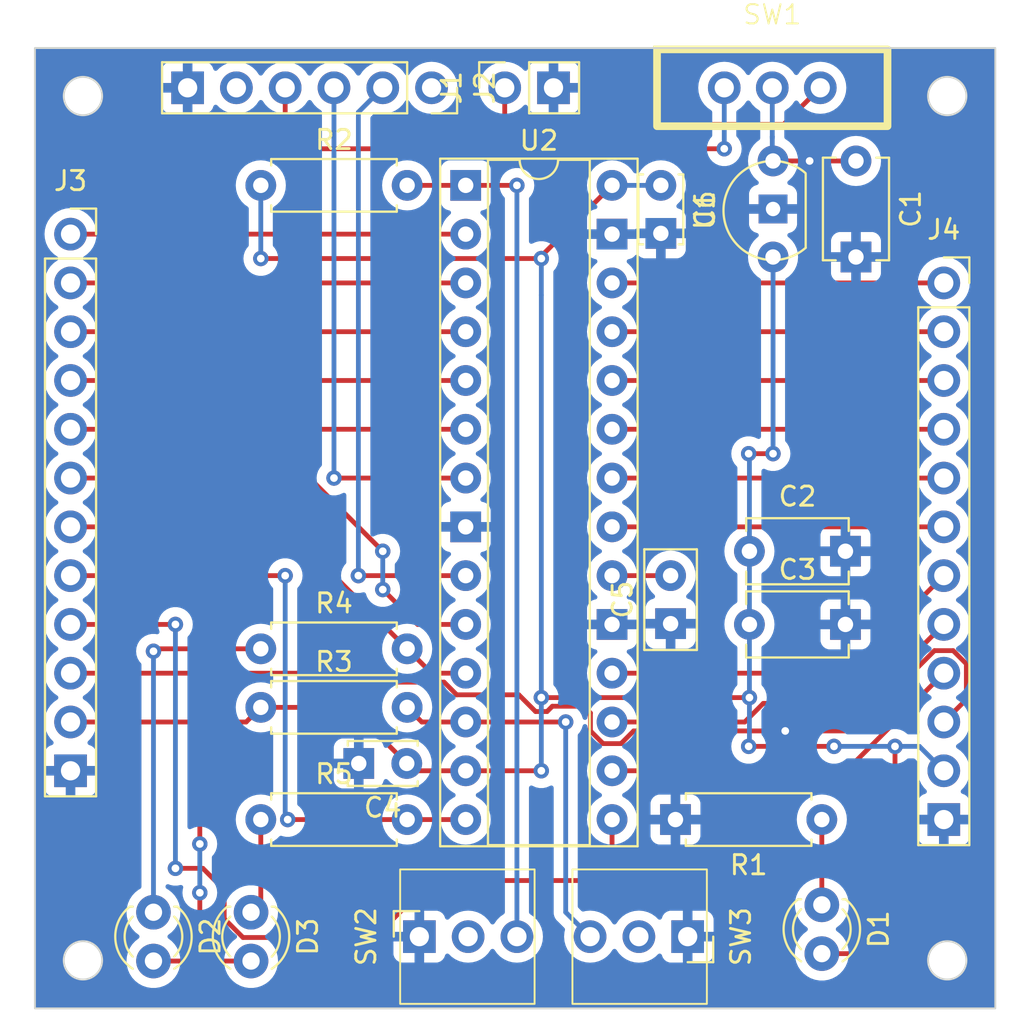
<source format=kicad_pcb>
(kicad_pcb (version 20221018) (generator pcbnew)
  (layers (0 "F.Cu" signal) (31 "B.Cu" signal) (34 "B.Paste" user) (35 "F.Paste" user) (36 "B.SilkS" user "B.Silkscreen") (37 "F.SilkS" user "F.Silkscreen") (38 "B.Mask" user) (39 "F.Mask" user) (44 "Edge.Cuts" user))
  (net 0 "")
  (net 1 "GND")
  (net 2 "+3.3V")
  (net 3 "Net-(U2-V_{CAP})")
  (net 4 "Net-(D1-K)")
  (net 5 "Net-(D2-K)")
  (net 6 "Net-(D3-K)")
  (net 7 "Net-(J1-Pin_1)")
  (net 8 "/RTS")
  (net 9 "+5V")
  (net 10 "/CTS")
  (net 11 "/A0")
  (net 12 "/A1")
  (net 13 "/B0")
  (net 14 "/B1")
  (net 15 "/B2")
  (net 16 "/A3")
  (net 17 "/GRN")
  (net 18 "/YLLW")
  (net 19 "/B6")
  (net 20 "/V_{IN}")
  (net 21 "/B15")
  (net 22 "/B14")
  (net 23 "/B13")
  (net 24 "/B12")
  (net 25 "/B11")
  (net 26 "/B10")
  (net 27 "/B9")
  (net 28 "/B8")
  (net 29 "/B7")
  (net 30 "/MCLR")
  (net 31 "/USR")
  (net 32 "/TX")
  (net 33 "/RX")
  (footprint "Package_TO_SOT_THT:TO-92L_Inline" (layer "F.Cu") (at 138.43 59.65 90)
    (fp_text reference "U1" (at 1.19 -3.56 90) (layer "F.SilkS"))
    (fp_text value "AP7381-3.3V")
    (fp_line (start -0.75 1.7) (end 3.1 1.7) (stroke (width 0.12)) (layer "F.SilkS"))
    (fp_arc (start -0.75 1.7) (mid 1.183448 -2.579449) (end 3.138611 1.690122) (stroke (width 0.12)) (layer "F.SilkS"))
    (pad "1" thru_hole circle (at -1.23 0 90) (size 1.6 1.6) (drill 0.8) (layers "*.Cu" "*.Mask") (net 2 "+3.3V"))
    (pad "2" thru_hole rect (at 1.27 0 90) (size 1.5 1.5) (drill 0.75) (layers "*.Cu" "*.Mask") (net 1 "GND"))
    (pad "3" thru_hole circle (at 3.77 0 90) (size 1.6 1.6) (drill 0.8) (layers "*.Cu" "*.Mask") (net 20 "/V_{IN}"))
  )
  (footprint "Capacitor_THT:C_Disc_D5.0mm_W2.5mm_P2.50mm" (layer "F.Cu") (at 133.096 79.97 90)
    (fp_text reference "C5" (at 1.25 -2.5 90) (layer "F.SilkS"))
    (fp_text value "10uF")
    (fp_line (start -1.37 -1.37) (end -1.37 1.37) (stroke (width 0.12)) (layer "F.SilkS"))
    (fp_line (start -1.37 -1.37) (end 3.87 -1.37) (stroke (width 0.12)) (layer "F.SilkS"))
    (fp_line (start -1.37 1.37) (end 3.87 1.37) (stroke (width 0.12)) (layer "F.SilkS"))
    (fp_line (start 3.87 -1.37) (end 3.87 1.37) (stroke (width 0.12)) (layer "F.SilkS"))
    (pad "1" thru_hole rect (at 0 0 90) (size 1.6 1.6) (drill 0.8) (layers "*.Cu" "*.Mask") (net 1 "GND"))
    (pad "2" thru_hole circle (at 2.5 0 90) (size 1.6 1.6) (drill 0.8) (layers "*.Cu" "*.Mask") (net 3 "Net-(U2-V_{CAP})"))
  )
  (footprint "Resistor_THT:R_Axial_DIN0207_L6.3mm_D2.5mm_P7.62mm_Horizontal" (layer "F.Cu") (at 111.76 90.17)
    (fp_text reference "R5" (at 3.81 -2.37) (layer "F.SilkS"))
    (fp_text value "330R")
    (fp_line (start 0.54 -1.37) (end 7.08 -1.37) (stroke (width 0.12)) (layer "F.SilkS"))
    (fp_line (start 0.54 -1.04) (end 0.54 -1.37) (stroke (width 0.12)) (layer "F.SilkS"))
    (fp_line (start 0.54 1.04) (end 0.54 1.37) (stroke (width 0.12)) (layer "F.SilkS"))
    (fp_line (start 0.54 1.37) (end 7.08 1.37) (stroke (width 0.12)) (layer "F.SilkS"))
    (fp_line (start 7.08 -1.37) (end 7.08 -1.04) (stroke (width 0.12)) (layer "F.SilkS"))
    (fp_line (start 7.08 1.37) (end 7.08 1.04) (stroke (width 0.12)) (layer "F.SilkS"))
    (pad "1" thru_hole circle (at 0 0) (size 1.6 1.6) (drill 0.8) (layers "*.Cu" "*.Mask") (net 6 "Net-(D3-K)"))
    (pad "2" thru_hole oval (at 7.62 0) (size 1.6 1.6) (drill 0.8) (layers "*.Cu" "*.Mask") (net 18 "/YLLW"))
  )
  (footprint "HW4_Footprint:Pushbutton" (layer "F.Cu") (at 133.985 96.266 -90)
    (fp_text reference "SW3" (at 0 -2.77 90) (layer "F.SilkS"))
    (fp_text value "USER")
    (fp_line (start 0 -1.33) (end 1.33 -1.33) (stroke (width 0.12)) (layer "F.SilkS"))
    (fp_line (start 1.33 -1.33) (end 1.33 0) (stroke (width 0.12)) (layer "F.SilkS"))
    (fp_rect (start -3.5 -1) (end 3.5 6) (stroke (width 0.1)) (fill none) (layer "F.SilkS"))
    (pad "1" thru_hole rect (at 0 0 270) (size 1.7 1.7) (drill 1) (layers "*.Cu" "*.Mask") (net 1 "GND"))
    (pad "2" thru_hole oval (at 0 2.54 270) (size 1.7 1.7) (drill 1) (layers "*.Cu" "*.Mask"))
    (pad "3" thru_hole oval (at 0 5.08 270) (size 1.7 1.7) (drill 1) (layers "*.Cu" "*.Mask") (net 31 "/USR"))
  )
  (footprint "Resistor_THT:R_Axial_DIN0207_L6.3mm_D2.5mm_P7.62mm_Horizontal" (layer "F.Cu") (at 111.76 84.328)
    (fp_text reference "R3" (at 3.81 -2.37) (layer "F.SilkS"))
    (fp_text value "10kR")
    (fp_line (start 0.54 -1.37) (end 7.08 -1.37) (stroke (width 0.12)) (layer "F.SilkS"))
    (fp_line (start 0.54 -1.04) (end 0.54 -1.37) (stroke (width 0.12)) (layer "F.SilkS"))
    (fp_line (start 0.54 1.04) (end 0.54 1.37) (stroke (width 0.12)) (layer "F.SilkS"))
    (fp_line (start 0.54 1.37) (end 7.08 1.37) (stroke (width 0.12)) (layer "F.SilkS"))
    (fp_line (start 7.08 -1.37) (end 7.08 -1.04) (stroke (width 0.12)) (layer "F.SilkS"))
    (fp_line (start 7.08 1.37) (end 7.08 1.04) (stroke (width 0.12)) (layer "F.SilkS"))
    (pad "1" thru_hole circle (at 0 0) (size 1.6 1.6) (drill 0.8) (layers "*.Cu" "*.Mask") (net 2 "+3.3V"))
    (pad "2" thru_hole oval (at 7.62 0) (size 1.6 1.6) (drill 0.8) (layers "*.Cu" "*.Mask") (net 31 "/USR"))
  )
  (footprint "Connector_PinSocket_2.54mm:PinSocket_1x06_P2.54mm_Vertical" (layer "F.Cu") (at 120.65 52.07 -90)
    (fp_text reference "J2" (at 0 -2.77 90) (layer "F.SilkS"))
    (fp_text value "CP2102N")
    (fp_line (start -1.33 1.27) (end -1.33 14.03) (stroke (width 0.12)) (layer "F.SilkS"))
    (fp_line (start -1.33 1.27) (end 1.33 1.27) (stroke (width 0.12)) (layer "F.SilkS"))
    (fp_line (start -1.33 14.03) (end 1.33 14.03) (stroke (width 0.12)) (layer "F.SilkS"))
    (fp_line (start 0 -1.33) (end 1.33 -1.33) (stroke (width 0.12)) (layer "F.SilkS"))
    (fp_line (start 1.33 -1.33) (end 1.33 0) (stroke (width 0.12)) (layer "F.SilkS"))
    (fp_line (start 1.33 1.27) (end 1.33 14.03) (stroke (width 0.12)) (layer "F.SilkS"))
    (pad "1" thru_hole circle (at 0 0 270) (size 1.7 1.7) (drill 1) (layers "*.Cu" "*.Mask") (net 8 "/RTS"))
    (pad "2" thru_hole oval (at 0 2.54 270) (size 1.7 1.7) (drill 1) (layers "*.Cu" "*.Mask") (net 33 "/RX"))
    (pad "3" thru_hole oval (at 0 5.08 270) (size 1.7 1.7) (drill 1) (layers "*.Cu" "*.Mask") (net 32 "/TX"))
    (pad "4" thru_hole oval (at 0 7.62 270) (size 1.7 1.7) (drill 1) (layers "*.Cu" "*.Mask") (net 9 "+5V"))
    (pad "5" thru_hole oval (at 0 10.16 270) (size 1.7 1.7) (drill 1) (layers "*.Cu" "*.Mask") (net 10 "/CTS"))
    (pad "6" thru_hole rect (at 0 12.7 270) (size 1.7 1.7) (drill 1) (layers "*.Cu" "*.Mask") (net 1 "GND"))
  )
  (footprint "HW4_Footprint:Switch_3W" (layer "F.Cu") (at 138.39 52.07)
    (fp_text reference "SW1" (at 0 -3.81 unlocked) (layer "F.SilkS") (effects (font (thickness 0.1))))
    (fp_text value "SW_SPDT")
    (fp_rect (start -6 -2) (end 6 2) (stroke (width 0.4)) (fill none) (layer "F.SilkS"))
    (pad "1" thru_hole circle (at -2.5 0) (size 1.7 1.7) (drill 1) (layers "*.Cu" "*.Mask") (net 9 "+5V"))
    (pad "2" thru_hole circle (at 0 0) (size 1.7 1.7) (drill 1) (layers "*.Cu" "*.Mask") (net 20 "/V_{IN}"))
    (pad "3" thru_hole circle (at 2.5 0) (size 1.7 1.7) (drill 1) (layers "*.Cu" "*.Mask") (net 7 "Net-(J1-Pin_1)"))
  )
  (footprint "LED_THT:LED_D3.0mm" (layer "F.Cu") (at 140.97 94.61 -90)
    (fp_text reference "D1" (at 1.27 -2.96 90) (layer "F.SilkS"))
    (fp_text value "RED")
    (fp_line (start -0.29 -1.236) (end -0.29 -1.08) (stroke (width 0.12)) (layer "F.SilkS"))
    (fp_line (start -0.29 1.08) (end -0.29 1.236) (stroke (width 0.12)) (layer "F.SilkS"))
    (fp_arc (start -0.29 -1.235516) (mid 1.366487 -1.987659) (end 2.942335 -1.078608) (stroke (width 0.12)) (layer "F.SilkS"))
    (fp_arc (start 0.229039 -1.08) (mid 1.270117 -1.5) (end 2.31113 -1.079837) (stroke (width 0.12)) (layer "F.SilkS"))
    (fp_arc (start 2.31113 1.079837) (mid 1.270117 1.5) (end 0.229039 1.08) (stroke (width 0.12)) (layer "F.SilkS"))
    (fp_arc (start 2.942335 1.078608) (mid 1.366487 1.987659) (end -0.29 1.235516) (stroke (width 0.12)) (layer "F.SilkS"))
    (pad "1" thru_hole circle (at 0 0 270) (size 1.8 1.8) (drill 0.9) (layers "*.Cu" "*.Mask") (net 4 "Net-(D1-K)"))
    (pad "2" thru_hole oval (at 2.54 0 270) (size 1.8 1.8) (drill 0.9) (layers "*.Cu" "*.Mask") (net 2 "+3.3V"))
  )
  (footprint "Capacitor_THT:C_Disc_D5.1mm_W3.2mm_P5.00mm" (layer "F.Cu") (at 142.748 55.88 -90)
    (fp_text reference "C1" (at 2.5 -2.85 90) (layer "F.SilkS"))
    (fp_text value "1uF")
    (fp_line (start -0.17 -1.721) (end -0.17 -1.055) (stroke (width 0.12)) (layer "F.SilkS"))
    (fp_line (start -0.17 -1.721) (end 5.17 -1.721) (stroke (width 0.12)) (layer "F.SilkS"))
    (fp_line (start -0.17 1.055) (end -0.17 1.721) (stroke (width 0.12)) (layer "F.SilkS"))
    (fp_line (start -0.17 1.721) (end 5.17 1.721) (stroke (width 0.12)) (layer "F.SilkS"))
    (fp_line (start 5.17 -1.721) (end 5.17 -1.055) (stroke (width 0.12)) (layer "F.SilkS"))
    (fp_line (start 5.17 1.055) (end 5.17 1.721) (stroke (width 0.12)) (layer "F.SilkS"))
    (pad "1" thru_hole circle (at 0 0 270) (size 1.6 1.6) (drill 0.8) (layers "*.Cu" "*.Mask") (net 20 "/V_{IN}"))
    (pad "2" thru_hole rect (at 5 0 270) (size 1.6 1.6) (drill 0.8) (layers "*.Cu" "*.Mask") (net 1 "GND"))
  )
  (footprint "Package_DIP:DIP-28_W7.62mm_Socket" (layer "F.Cu") (at 122.428 57.15)
    (fp_text reference "U2" (at 3.81 -2.33) (layer "F.SilkS"))
    (fp_text value "PIC32MX170F256B")
    (fp_line (start -1.33 -1.39) (end -1.33 34.41) (stroke (width 0.12)) (layer "F.SilkS"))
    (fp_line (start -1.33 34.41) (end 8.95 34.41) (stroke (width 0.12)) (layer "F.SilkS"))
    (fp_line (start 1.16 -1.33) (end 1.16 34.35) (stroke (width 0.12)) (layer "F.SilkS"))
    (fp_line (start 1.16 34.35) (end 6.46 34.35) (stroke (width 0.12)) (layer "F.SilkS"))
    (fp_line (start 2.81 -1.33) (end 1.16 -1.33) (stroke (width 0.12)) (layer "F.SilkS"))
    (fp_line (start 6.46 -1.33) (end 4.81 -1.33) (stroke (width 0.12)) (layer "F.SilkS"))
    (fp_line (start 6.46 34.35) (end 6.46 -1.33) (stroke (width 0.12)) (layer "F.SilkS"))
    (fp_line (start 8.95 -1.39) (end -1.33 -1.39) (stroke (width 0.12)) (layer "F.SilkS"))
    (fp_line (start 8.95 34.41) (end 8.95 -1.39) (stroke (width 0.12)) (layer "F.SilkS"))
    (fp_arc (start 4.81 -1.33) (mid 3.81 -0.33) (end 2.81 -1.33) (stroke (width 0.12)) (layer "F.SilkS"))
    (pad "1" thru_hole rect (at 0 0) (size 1.6 1.6) (drill 0.8) (layers "*.Cu" "*.Mask") (net 30 "/MCLR"))
    (pad "2" thru_hole oval (at 0 2.54) (size 1.6 1.6) (drill 0.8) (layers "*.Cu" "*.Mask") (net 11 "/A0"))
    (pad "3" thru_hole oval (at 0 5.08) (size 1.6 1.6) (drill 0.8) (layers "*.Cu" "*.Mask") (net 12 "/A1"))
    (pad "4" thru_hole oval (at 0 7.62) (size 1.6 1.6) (drill 0.8) (layers "*.Cu" "*.Mask") (net 13 "/B0"))
    (pad "5" thru_hole oval (at 0 10.16) (size 1.6 1.6) (drill 0.8) (layers "*.Cu" "*.Mask") (net 14 "/B1"))
    (pad "6" thru_hole oval (at 0 12.7) (size 1.6 1.6) (drill 0.8) (layers "*.Cu" "*.Mask") (net 15 "/B2"))
    (pad "7" thru_hole oval (at 0 15.24) (size 1.6 1.6) (drill 0.8) (layers "*.Cu" "*.Mask") (net 32 "/TX"))
    (pad "8" thru_hole rect (at 0 17.78) (size 1.6 1.6) (drill 0.8) (layers "*.Cu" "*.Mask") (net 1 "GND"))
    (pad "9" thru_hole oval (at 0 20.32) (size 1.6 1.6) (drill 0.8) (layers "*.Cu" "*.Mask") (net 33 "/RX"))
    (pad "10" thru_hole oval (at 0 22.86) (size 1.6 1.6) (drill 0.8) (layers "*.Cu" "*.Mask") (net 16 "/A3"))
    (pad "11" thru_hole oval (at 0 25.4) (size 1.6 1.6) (drill 0.8) (layers "*.Cu" "*.Mask") (net 17 "/GRN"))
    (pad "12" thru_hole oval (at 0 27.94) (size 1.6 1.6) (drill 0.8) (layers "*.Cu" "*.Mask") (net 31 "/USR"))
    (pad "13" thru_hole oval (at 0 30.48) (size 1.6 1.6) (drill 0.8) (layers "*.Cu" "*.Mask") (net 2 "+3.3V"))
    (pad "14" thru_hole oval (at 0 33.02) (size 1.6 1.6) (drill 0.8) (layers "*.Cu" "*.Mask") (net 18 "/YLLW"))
    (pad "15" thru_hole oval (at 7.62 33.02) (size 1.6 1.6) (drill 0.8) (layers "*.Cu" "*.Mask") (net 19 "/B6"))
    (pad "16" thru_hole oval (at 7.62 30.48) (size 1.6 1.6) (drill 0.8) (layers "*.Cu" "*.Mask") (net 29 "/B7"))
    (pad "17" thru_hole oval (at 7.62 27.94) (size 1.6 1.6) (drill 0.8) (layers "*.Cu" "*.Mask") (net 28 "/B8"))
    (pad "18" thru_hole oval (at 7.62 25.4) (size 1.6 1.6) (drill 0.8) (layers "*.Cu" "*.Mask") (net 27 "/B9"))
    (pad "19" thru_hole rect (at 7.62 22.86) (size 1.6 1.6) (drill 0.8) (layers "*.Cu" "*.Mask") (net 1 "GND"))
    (pad "20" thru_hole oval (at 7.62 20.32) (size 1.6 1.6) (drill 0.8) (layers "*.Cu" "*.Mask") (net 3 "Net-(U2-V_{CAP})"))
    (pad "21" thru_hole oval (at 7.62 17.78) (size 1.6 1.6) (drill 0.8) (layers "*.Cu" "*.Mask") (net 26 "/B10"))
    (pad "22" thru_hole oval (at 7.62 15.24) (size 1.6 1.6) (drill 0.8) (layers "*.Cu" "*.Mask") (net 25 "/B11"))
    (pad "23" thru_hole oval (at 7.62 12.7) (size 1.6 1.6) (drill 0.8) (layers "*.Cu" "*.Mask") (net 24 "/B12"))
    (pad "24" thru_hole oval (at 7.62 10.16) (size 1.6 1.6) (drill 0.8) (layers "*.Cu" "*.Mask") (net 23 "/B13"))
    (pad "25" thru_hole oval (at 7.62 7.62) (size 1.6 1.6) (drill 0.8) (layers "*.Cu" "*.Mask") (net 22 "/B14"))
    (pad "26" thru_hole oval (at 7.62 5.08) (size 1.6 1.6) (drill 0.8) (layers "*.Cu" "*.Mask") (net 21 "/B15"))
    (pad "27" thru_hole rect (at 7.62 2.54) (size 1.6 1.6) (drill 0.8) (layers "*.Cu" "*.Mask") (net 1 "GND"))
    (pad "28" thru_hole oval (at 7.62 0) (size 1.6 1.6) (drill 0.8) (layers "*.Cu" "*.Mask") (net 2 "+3.3V"))
  )
  (footprint "Connector_PinSocket_2.54mm:PinSocket_1x12_P2.54mm_Vertical" (layer "F.Cu") (at 101.854 59.69)
    (fp_text reference "J3" (at 0 -2.77) (layer "F.SilkS"))
    (fp_text value "Left GPIO")
    (fp_line (start -1.33 1.27) (end -1.33 29.27) (stroke (width 0.12)) (layer "F.SilkS"))
    (fp_line (start -1.33 1.27) (end 1.33 1.27) (stroke (width 0.12)) (layer "F.SilkS"))
    (fp_line (start -1.33 29.27) (end 1.33 29.27) (stroke (width 0.12)) (layer "F.SilkS"))
    (fp_line (start 0 -1.33) (end 1.33 -1.33) (stroke (width 0.12)) (layer "F.SilkS"))
    (fp_line (start 1.33 -1.33) (end 1.33 0) (stroke (width 0.12)) (layer "F.SilkS"))
    (fp_line (start 1.33 1.27) (end 1.33 29.27) (stroke (width 0.12)) (layer "F.SilkS"))
    (pad "1" thru_hole circle (at 0 0) (size 1.7 1.7) (drill 1) (layers "*.Cu" "*.Mask") (net 11 "/A0"))
    (pad "2" thru_hole oval (at 0 2.54) (size 1.7 1.7) (drill 1) (layers "*.Cu" "*.Mask") (net 12 "/A1"))
    (pad "3" thru_hole oval (at 0 5.08) (size 1.7 1.7) (drill 1) (layers "*.Cu" "*.Mask") (net 13 "/B0"))
    (pad "4" thru_hole oval (at 0 7.62) (size 1.7 1.7) (drill 1) (layers "*.Cu" "*.Mask") (net 14 "/B1"))
    (pad "5" thru_hole oval (at 0 10.16) (size 1.7 1.7) (drill 1) (layers "*.Cu" "*.Mask") (net 15 "/B2"))
    (pad "6" thru_hole oval (at 0 12.7) (size 1.7 1.7) (drill 1) (layers "*.Cu" "*.Mask") (net 16 "/A3"))
    (pad "7" thru_hole oval (at 0 15.24) (size 1.7 1.7) (drill 1) (layers "*.Cu" "*.Mask") (net 17 "/GRN"))
    (pad "8" thru_hole oval (at 0 17.78) (size 1.7 1.7) (drill 1) (layers "*.Cu" "*.Mask") (net 18 "/YLLW"))
    (pad "9" thru_hole oval (at 0 20.32) (size 1.7 1.7) (drill 1) (layers "*.Cu" "*.Mask") (net 19 "/B6"))
    (pad "10" thru_hole oval (at 0 22.86) (size 1.7 1.7) (drill 1) (layers "*.Cu" "*.Mask") (net 20 "/V_{IN}"))
    (pad "11" thru_hole oval (at 0 25.4) (size 1.7 1.7) (drill 1) (layers "*.Cu" "*.Mask") (net 2 "+3.3V"))
    (pad "12" thru_hole rect (at 0 27.94) (size 1.7 1.7) (drill 1) (layers "*.Cu" "*.Mask") (net 1 "GND"))
  )
  (footprint "Connector_PinSocket_2.54mm:PinSocket_1x02_P2.54mm_Vertical" (layer "F.Cu") (at 124.46 52.07 90)
    (fp_text reference "J1" (at 0 -2.77 90) (layer "F.SilkS"))
    (fp_text value "6V Battery")
    (fp_line (start -1.33 1.27) (end -1.33 3.87) (stroke (width 0.12)) (layer "F.SilkS"))
    (fp_line (start -1.33 1.27) (end 1.33 1.27) (stroke (width 0.12)) (layer "F.SilkS"))
    (fp_line (start -1.33 3.87) (end 1.33 3.87) (stroke (width 0.12)) (layer "F.SilkS"))
    (fp_line (start 0 -1.33) (end 1.33 -1.33) (stroke (width 0.12)) (layer "F.SilkS"))
    (fp_line (start 1.33 -1.33) (end 1.33 0) (stroke (width 0.12)) (layer "F.SilkS"))
    (fp_line (start 1.33 1.27) (end 1.33 3.87) (stroke (width 0.12)) (layer "F.SilkS"))
    (pad "1" thru_hole circle (at 0 0 90) (size 1.7 1.7) (drill 1) (layers "*.Cu" "*.Mask") (net 7 "Net-(J1-Pin_1)"))
    (pad "2" thru_hole rect (at 0 2.54 90) (size 1.7 1.7) (drill 1) (layers "*.Cu" "*.Mask") (net 1 "GND"))
  )
  (footprint "Resistor_THT:R_Axial_DIN0207_L6.3mm_D2.5mm_P7.62mm_Horizontal" (layer "F.Cu") (at 111.76 81.28)
    (fp_text reference "R4" (at 3.81 -2.37) (layer "F.SilkS"))
    (fp_text value "330R")
    (fp_line (start 0.54 -1.37) (end 7.08 -1.37) (stroke (width 0.12)) (layer "F.SilkS"))
    (fp_line (start 0.54 -1.04) (end 0.54 -1.37) (stroke (width 0.12)) (layer "F.SilkS"))
    (fp_line (start 0.54 1.04) (end 0.54 1.37) (stroke (width 0.12)) (layer "F.SilkS"))
    (fp_line (start 0.54 1.37) (end 7.08 1.37) (stroke (width 0.12)) (layer "F.SilkS"))
    (fp_line (start 7.08 -1.37) (end 7.08 -1.04) (stroke (width 0.12)) (layer "F.SilkS"))
    (fp_line (start 7.08 1.37) (end 7.08 1.04) (stroke (width 0.12)) (layer "F.SilkS"))
    (pad "1" thru_hole circle (at 0 0) (size 1.6 1.6) (drill 0.8) (layers "*.Cu" "*.Mask") (net 5 "Net-(D2-K)"))
    (pad "2" thru_hole oval (at 7.62 0) (size 1.6 1.6) (drill 0.8) (layers "*.Cu" "*.Mask") (net 17 "/GRN"))
  )
  (footprint "Capacitor_THT:C_Disc_D3.4mm_W2.1mm_P2.50mm" (layer "F.Cu") (at 119.36 87.249 180)
    (fp_text reference "C4" (at 1.25 -2.3) (layer "F.SilkS"))
    (fp_text value "0.1uF")
    (fp_line (start -0.57 -1.17) (end -0.57 -0.925) (stroke (width 0.12)) (layer "F.SilkS"))
    (fp_line (start -0.57 -1.17) (end 3.07 -1.17) (stroke (width 0.12)) (layer "F.SilkS"))
    (fp_line (start -0.57 0.925) (end -0.57 1.17) (stroke (width 0.12)) (layer "F.SilkS"))
    (fp_line (start -0.57 1.17) (end 3.07 1.17) (stroke (width 0.12)) (layer "F.SilkS"))
    (fp_line (start 3.07 -1.17) (end 3.07 -0.925) (stroke (width 0.12)) (layer "F.SilkS"))
    (fp_line (start 3.07 0.925) (end 3.07 1.17) (stroke (width 0.12)) (layer "F.SilkS"))
    (pad "1" thru_hole circle (at 0 0 180) (size 1.6 1.6) (drill 0.8) (layers "*.Cu" "*.Mask") (net 2 "+3.3V"))
    (pad "2" thru_hole rect (at 2.5 0 180) (size 1.6 1.6) (drill 0.8) (layers "*.Cu" "*.Mask") (net 1 "GND"))
  )
  (footprint "LED_THT:LED_D3.0mm" (layer "F.Cu") (at 106.172 94.996 -90)
    (fp_text reference "D2" (at 1.27 -2.96 90) (layer "F.SilkS"))
    (fp_text value "GREEN")
    (fp_line (start -0.29 -1.236) (end -0.29 -1.08) (stroke (width 0.12)) (layer "F.SilkS"))
    (fp_line (start -0.29 1.08) (end -0.29 1.236) (stroke (width 0.12)) (layer "F.SilkS"))
    (fp_arc (start -0.29 -1.235516) (mid 1.366487 -1.987659) (end 2.942335 -1.078608) (stroke (width 0.12)) (layer "F.SilkS"))
    (fp_arc (start 0.229039 -1.08) (mid 1.270117 -1.5) (end 2.31113 -1.079837) (stroke (width 0.12)) (layer "F.SilkS"))
    (fp_arc (start 2.31113 1.079837) (mid 1.270117 1.5) (end 0.229039 1.08) (stroke (width 0.12)) (layer "F.SilkS"))
    (fp_arc (start 2.942335 1.078608) (mid 1.366487 1.987659) (end -0.29 1.235516) (stroke (width 0.12)) (layer "F.SilkS"))
    (pad "1" thru_hole circle (at 0 0 270) (size 1.8 1.8) (drill 0.9) (layers "*.Cu" "*.Mask") (net 5 "Net-(D2-K)"))
    (pad "2" thru_hole circle (at 2.54 0 270) (size 1.8 1.8) (drill 0.9) (layers "*.Cu" "*.Mask") (net 2 "+3.3V"))
  )
  (footprint "Capacitor_THT:C_Disc_D3.4mm_W2.1mm_P2.50mm" (layer "F.Cu") (at 132.588 57.15 -90)
    (fp_text reference "C6" (at 1.25 -2.3 90) (layer "F.SilkS"))
    (fp_text value "0.1uF")
    (fp_line (start -0.57 -1.17) (end -0.57 -0.925) (stroke (width 0.12)) (layer "F.SilkS"))
    (fp_line (start -0.57 -1.17) (end 3.07 -1.17) (stroke (width 0.12)) (layer "F.SilkS"))
    (fp_line (start -0.57 0.925) (end -0.57 1.17) (stroke (width 0.12)) (layer "F.SilkS"))
    (fp_line (start -0.57 1.17) (end 3.07 1.17) (stroke (width 0.12)) (layer "F.SilkS"))
    (fp_line (start 3.07 -1.17) (end 3.07 -0.925) (stroke (width 0.12)) (layer "F.SilkS"))
    (fp_line (start 3.07 0.925) (end 3.07 1.17) (stroke (width 0.12)) (layer "F.SilkS"))
    (pad "1" thru_hole circle (at 0 0 270) (size 1.6 1.6) (drill 0.8) (layers "*.Cu" "*.Mask") (net 2 "+3.3V"))
    (pad "2" thru_hole rect (at 2.5 0 270) (size 1.6 1.6) (drill 0.8) (layers "*.Cu" "*.Mask") (net 1 "GND"))
  )
  (footprint "Connector_PinSocket_2.54mm:PinSocket_1x12_P2.54mm_Vertical" (layer "F.Cu") (at 147.32 62.23)
    (fp_text reference "J4" (at 0 -2.77) (layer "F.SilkS"))
    (fp_text value "Right GPIO")
    (fp_line (start -1.33 1.27) (end -1.33 29.27) (stroke (width 0.12)) (layer "F.SilkS"))
    (fp_line (start -1.33 1.27) (end 1.33 1.27) (stroke (width 0.12)) (layer "F.SilkS"))
    (fp_line (start -1.33 29.27) (end 1.33 29.27) (stroke (width 0.12)) (layer "F.SilkS"))
    (fp_line (start 0 -1.33) (end 1.33 -1.33) (stroke (width 0.12)) (layer "F.SilkS"))
    (fp_line (start 1.33 -1.33) (end 1.33 0) (stroke (width 0.12)) (layer "F.SilkS"))
    (fp_line (start 1.33 1.27) (end 1.33 29.27) (stroke (width 0.12)) (layer "F.SilkS"))
    (pad "1" thru_hole circle (at 0 0) (size 1.7 1.7) (drill 1) (layers "*.Cu" "*.Mask") (net 21 "/B15"))
    (pad "2" thru_hole oval (at 0 2.54) (size 1.7 1.7) (drill 1) (layers "*.Cu" "*.Mask") (net 22 "/B14"))
    (pad "3" thru_hole oval (at 0 5.08) (size 1.7 1.7) (drill 1) (layers "*.Cu" "*.Mask") (net 23 "/B13"))
    (pad "4" thru_hole oval (at 0 7.62) (size 1.7 1.7) (drill 1) (layers "*.Cu" "*.Mask") (net 24 "/B12"))
    (pad "5" thru_hole oval (at 0 10.16) (size 1.7 1.7) (drill 1) (layers "*.Cu" "*.Mask") (net 25 "/B11"))
    (pad "6" thru_hole oval (at 0 12.7) (size 1.7 1.7) (drill 1) (layers "*.Cu" "*.Mask") (net 26 "/B10"))
    (pad "7" thru_hole oval (at 0 15.24) (size 1.7 1.7) (drill 1) (layers "*.Cu" "*.Mask") (net 27 "/B9"))
    (pad "8" thru_hole oval (at 0 17.78) (size 1.7 1.7) (drill 1) (layers "*.Cu" "*.Mask") (net 28 "/B8"))
    (pad "9" thru_hole oval (at 0 20.32) (size 1.7 1.7) (drill 1) (layers "*.Cu" "*.Mask") (net 29 "/B7"))
    (pad "10" thru_hole oval (at 0 22.86) (size 1.7 1.7) (drill 1) (layers "*.Cu" "*.Mask") (net 20 "/V_{IN}"))
    (pad "11" thru_hole oval (at 0 25.4) (size 1.7 1.7) (drill 1) (layers "*.Cu" "*.Mask") (net 2 "+3.3V"))
    (pad "12" thru_hole rect (at 0 27.94) (size 1.7 1.7) (drill 1) (layers "*.Cu" "*.Mask") (net 1 "GND"))
  )
  (footprint "HW4_Footprint:Pushbutton" (layer "F.Cu") (at 120.015 96.266 90)
    (fp_text reference "SW2" (at 0 -2.77 90) (layer "F.SilkS"))
    (fp_text value "RESET")
    (fp_line (start 0 -1.33) (end 1.33 -1.33) (stroke (width 0.12)) (layer "F.SilkS"))
    (fp_line (start 1.33 -1.33) (end 1.33 0) (stroke (width 0.12)) (layer "F.SilkS"))
    (fp_rect (start -3.5 -1) (end 3.5 6) (stroke (width 0.1)) (fill none) (layer "F.SilkS"))
    (pad "1" thru_hole rect (at 0 0 90) (size 1.7 1.7) (drill 1) (layers "*.Cu" "*.Mask") (net 1 "GND"))
    (pad "2" thru_hole oval (at 0 2.54 90) (size 1.7 1.7) (drill 1) (layers "*.Cu" "*.Mask"))
    (pad "3" thru_hole oval (at 0 5.08 90) (size 1.7 1.7) (drill 1) (layers "*.Cu" "*.Mask") (net 30 "/MCLR"))
  )
  (footprint "Capacitor_THT:C_Disc_D5.1mm_W3.2mm_P5.00mm" (layer "F.Cu") (at 137.2 76.2)
    (fp_text reference "C2" (at 2.5 -2.85) (layer "F.SilkS"))
    (fp_text value "1uF")
    (fp_line (start -0.17 -1.721) (end -0.17 -1.055) (stroke (width 0.12)) (layer "F.SilkS"))
    (fp_line (start -0.17 -1.721) (end 5.17 -1.721) (stroke (width 0.12)) (layer "F.SilkS"))
    (fp_line (start -0.17 1.055) (end -0.17 1.721) (stroke (width 0.12)) (layer "F.SilkS"))
    (fp_line (start -0.17 1.721) (end 5.17 1.721) (stroke (width 0.12)) (layer "F.SilkS"))
    (fp_line (start 5.17 -1.721) (end 5.17 -1.055) (stroke (width 0.12)) (layer "F.SilkS"))
    (fp_line (start 5.17 1.055) (end 5.17 1.721) (stroke (width 0.12)) (layer "F.SilkS"))
    (pad "1" thru_hole circle (at 0 0) (size 1.6 1.6) (drill 0.8) (layers "*.Cu" "*.Mask") (net 2 "+3.3V"))
    (pad "2" thru_hole rect (at 5 0) (size 1.6 1.6) (drill 0.8) (layers "*.Cu" "*.Mask") (net 1 "GND"))
  )
  (footprint "Resistor_THT:R_Axial_DIN0207_L6.3mm_D2.5mm_P7.62mm_Horizontal" (layer "F.Cu") (at 140.97 90.17 180)
    (fp_text reference "R1" (at 3.81 -2.37) (layer "F.SilkS"))
    (fp_text value "330R")
    (fp_line (start 0.54 -1.37) (end 7.08 -1.37) (stroke (width 0.12)) (layer "F.SilkS"))
    (fp_line (start 0.54 -1.04) (end 0.54 -1.37) (stroke (width 0.12)) (layer "F.SilkS"))
    (fp_line (start 0.54 1.04) (end 0.54 1.37) (stroke (width 0.12)) (layer "F.SilkS"))
    (fp_line (start 0.54 1.37) (end 7.08 1.37) (stroke (width 0.12)) (layer "F.SilkS"))
    (fp_line (start 7.08 -1.37) (end 7.08 -1.04) (stroke (width 0.12)) (layer "F.SilkS"))
    (fp_line (start 7.08 1.37) (end 7.08 1.04) (stroke (width 0.12)) (layer "F.SilkS"))
    (pad "1" thru_hole circle (at 0 0 180) (size 1.6 1.6) (drill 0.8) (layers "*.Cu" "*.Mask") (net 4 "Net-(D1-K)"))
    (pad "2" thru_hole rect (at 7.62 0 180) (size 1.6 1.6) (drill 0.8) (layers "*.Cu" "*.Mask") (net 1 "GND"))
  )
  (footprint "Capacitor_THT:C_Disc_D5.1mm_W3.2mm_P5.00mm" (layer "F.Cu") (at 137.2 80.01)
    (fp_text reference "C3" (at 2.5 -2.85) (layer "F.SilkS"))
    (fp_text value "1uF")
    (fp_line (start -0.17 -1.721) (end -0.17 -1.055) (stroke (width 0.12)) (layer "F.SilkS"))
    (fp_line (start -0.17 -1.721) (end 5.17 -1.721) (stroke (width 0.12)) (layer "F.SilkS"))
    (fp_line (start -0.17 1.055) (end -0.17 1.721) (stroke (width 0.12)) (layer "F.SilkS"))
    (fp_line (start -0.17 1.721) (end 5.17 1.721) (stroke (width 0.12)) (layer "F.SilkS"))
    (fp_line (start 5.17 -1.721) (end 5.17 -1.055) (stroke (width 0.12)) (layer "F.SilkS"))
    (fp_line (start 5.17 1.055) (end 5.17 1.721) (stroke (width 0.12)) (layer "F.SilkS"))
    (pad "1" thru_hole circle (at 0 0) (size 1.6 1.6) (drill 0.8) (layers "*.Cu" "*.Mask") (net 2 "+3.3V"))
    (pad "2" thru_hole rect (at 5 0) (size 1.6 1.6) (drill 0.8) (layers "*.Cu" "*.Mask") (net 1 "GND"))
  )
  (footprint "Resistor_THT:R_Axial_DIN0207_L6.3mm_D2.5mm_P7.62mm_Horizontal" (layer "F.Cu") (at 111.76 57.15)
    (fp_text reference "R2" (at 3.81 -2.37) (layer "F.SilkS"))
    (fp_text value "10kR")
    (fp_line (start 0.54 -1.37) (end 7.08 -1.37) (stroke (width 0.12)) (layer "F.SilkS"))
    (fp_line (start 0.54 -1.04) (end 0.54 -1.37) (stroke (width 0.12)) (layer "F.SilkS"))
    (fp_line (start 0.54 1.04) (end 0.54 1.37) (stroke (width 0.12)) (layer "F.SilkS"))
    (fp_line (start 0.54 1.37) (end 7.08 1.37) (stroke (width 0.12)) (layer "F.SilkS"))
    (fp_line (start 7.08 -1.37) (end 7.08 -1.04) (stroke (width 0.12)) (layer "F.SilkS"))
    (fp_line (start 7.08 1.37) (end 7.08 1.04) (stroke (width 0.12)) (layer "F.SilkS"))
    (pad "1" thru_hole circle (at 0 0) (size 1.6 1.6) (drill 0.8) (layers "*.Cu" "*.Mask") (net 2 "+3.3V"))
    (pad "2" thru_hole oval (at 7.62 0) (size 1.6 1.6) (drill 0.8) (layers "*.Cu" "*.Mask") (net 30 "/MCLR"))
  )
  (footprint "LED_THT:LED_D3.0mm" (layer "F.Cu") (at 111.252 94.996 -90)
    (fp_text reference "D3" (at 1.27 -2.96 90) (layer "F.SilkS"))
    (fp_text value "YELLOW")
    (fp_line (start -0.29 -1.236) (end -0.29 -1.08) (stroke (width 0.12)) (layer "F.SilkS"))
    (fp_line (start -0.29 1.08) (end -0.29 1.236) (stroke (width 0.12)) (layer "F.SilkS"))
    (fp_arc (start -0.29 -1.235516) (mid 1.366487 -1.987659) (end 2.942335 -1.078608) (stroke (width 0.12)) (layer "F.SilkS"))
    (fp_arc (start 0.229039 -1.08) (mid 1.270117 -1.5) (end 2.31113 -1.079837) (stroke (width 0.12)) (layer "F.SilkS"))
    (fp_arc (start 2.31113 1.079837) (mid 1.270117 1.5) (end 0.229039 1.08) (stroke (width 0.12)) (layer "F.SilkS"))
    (fp_arc (start 2.942335 1.078608) (mid 1.366487 1.987659) (end -0.29 1.235516) (stroke (width 0.12)) (layer "F.SilkS"))
    (pad "1" thru_hole circle (at 0 0 270) (size 1.8 1.8) (drill 0.9) (layers "*.Cu" "*.Mask") (net 6 "Net-(D3-K)"))
    (pad "2" thru_hole circle (at 2.54 0 270) (size 1.8 1.8) (drill 0.9) (layers "*.Cu" "*.Mask") (net 2 "+3.3V"))
  )
  (gr_circle locked (center 102.5 52.5) (end 103.5 52.5) (stroke (width 0.1)) (fill none) (layer "Edge.Cuts"))
  (gr_circle locked (center 102.5 97.5) (end 103.5 97.5) (stroke (width 0.1)) (fill none) (layer "Edge.Cuts"))
  (gr_circle locked (center 147.5 97.5) (end 148.5 97.5) (stroke (width 0.1)) (fill none) (layer "Edge.Cuts"))
  (gr_rect locked (start 100 100) (end 150 50) (stroke (width 0.1)) (fill none) (layer "Edge.Cuts"))
  (gr_circle locked (center 147.5 52.5) (end 148.5 52.5) (stroke (width 0.1)) (fill none) (layer "Edge.Cuts"))
  (segment (start 137.16 86.36) (end 141.848299 86.36) (width 0.25) (layer "F.Cu") (net 2))
  (segment (start 137.2 83.82) (end 128.27 83.82) (width 0.25) (layer "F.Cu") (net 2))
  (segment (start 108.585 97.536) (end 111.252 97.536) (width 0.25) (layer "F.Cu") (net 2))
  (segment (start 101.854 85.09) (end 108.585 85.09) (width 0.25) (layer "F.Cu") (net 2))
  (segment (start 111.76 60.96) (end 126.365 60.96) (width 0.25) (layer "F.Cu") (net 2))
  (segment (start 144.78 97.155) (end 144.78 86.36) (width 0.25) (layer "F.Cu") (net 2))
  (segment (start 137.16 71.12) (end 138.43 71.12) (width 0.25) (layer "F.Cu") (net 2))
  (segment (start 144.775 97.15) (end 144.78 97.155) (width 0.25) (layer "F.Cu") (net 2))
  (segment (start 126.365 60.833) (end 126.365 60.96) (width 0.25) (layer "F.Cu") (net 2))
  (segment (start 130.048 57.15) (end 126.365 60.833) (width 0.25) (layer "F.Cu") (net 2))
  (segment (start 111.76 84.328) (end 116.439 84.328) (width 0.25) (layer "F.Cu") (net 2))
  (segment (start 122.428 87.63) (end 119.741 87.63) (width 0.25) (layer "F.Cu") (net 2))
  (segment (start 140.97 97.15) (end 144.775 97.15) (width 0.25) (layer "F.Cu") (net 2))
  (segment (start 128.27 83.82) (end 126.365 83.82) (width 0.25) (layer "F.Cu") (net 2))
  (segment (start 119.741 87.63) (end 119.36 87.249) (width 0.25) (layer "F.Cu") (net 2))
  (segment (start 141.848299 86.36) (end 141.605 86.36) (width 0.25) (layer "F.Cu") (net 2))
  (segment (start 108.585 91.44) (end 108.585 85.09) (width 0.25) (layer "F.Cu") (net 2))
  (segment (start 110.998 85.09) (end 111.76 84.328) (width 0.25) (layer "F.Cu") (net 2))
  (segment (start 106.172 97.536) (end 108.585 97.536) (width 0.25) (layer "F.Cu") (net 2))
  (segment (start 108.585 97.536) (end 108.585 93.98) (width 0.25) (layer "F.Cu") (net 2))
  (segment (start 126.365 87.63) (end 122.428 87.63) (width 0.25) (layer "F.Cu") (net 2))
  (segment (start 108.585 85.09) (end 110.998 85.09) (width 0.25) (layer "F.Cu") (net 2))
  (segment (start 116.439 84.328) (end 119.36 87.249) (width 0.25) (layer "F.Cu") (net 2))
  (via (at 138.43 71.12) (size 0.8) (drill 0.4) (layers "F.Cu" "B.Cu") (net 2))
  (via (at 108.585 93.98) (size 0.8) (drill 0.4) (layers "F.Cu" "B.Cu") (net 2))
  (via (at 126.365 83.82) (size 0.8) (drill 0.4) (layers "F.Cu" "B.Cu") (net 2))
  (via (at 126.365 60.96) (size 0.8) (drill 0.4) (layers "F.Cu" "B.Cu") (net 2))
  (via (at 137.2 83.82) (size 0.8) (drill 0.4) (layers "F.Cu" "B.Cu") (net 2))
  (via (at 126.365 87.63) (size 0.8) (drill 0.4) (layers "F.Cu" "B.Cu") (net 2))
  (via (at 141.605 86.36) (size 0.8) (drill 0.4) (layers "F.Cu" "B.Cu") (net 2))
  (via (at 137.16 86.36) (size 0.8) (drill 0.4) (layers "F.Cu" "B.Cu") (net 2))
  (via (at 111.76 60.96) (size 0.8) (drill 0.4) (layers "F.Cu" "B.Cu") (net 2))
  (via (at 144.78 86.36) (size 0.8) (drill 0.4) (layers "F.Cu" "B.Cu") (net 2))
  (via (at 137.16 71.12) (size 0.8) (drill 0.4) (layers "F.Cu" "B.Cu") (net 2))
  (via (at 108.585 91.44) (size 0.8) (drill 0.4) (layers "F.Cu" "B.Cu") (net 2))
  (segment (start 137.2 80.01) (end 137.2 86.32) (width 0.25) (layer "B.Cu") (net 2))
  (segment (start 137.2 76.2) (end 137.2 80.01) (width 0.25) (layer "B.Cu") (net 2))
  (segment (start 130.048 57.15) (end 132.588 57.15) (width 0.25) (layer "B.Cu") (net 2))
  (segment (start 141.605 86.36) (end 146.05 86.36) (width 0.25) (layer "B.Cu") (net 2))
  (segment (start 126.365 60.96) (end 126.365 62.865) (width 0.25) (layer "B.Cu") (net 2))
  (segment (start 111.76 60.96) (end 111.76 57.15) (width 0.25) (layer "B.Cu") (net 2))
  (segment (start 126.365 83.82) (end 126.365 62.865) (width 0.25) (layer "B.Cu") (net 2))
  (segment (start 146.05 86.36) (end 147.32 87.63) (width 0.25) (layer "B.Cu") (net 2))
  (segment (start 138.43 60.88) (end 138.43 71.12) (width 0.25) (layer "B.Cu") (net 2))
  (segment (start 126.365 83.82) (end 126.365 87.63) (width 0.25) (layer "B.Cu") (net 2))
  (segment (start 137.2 71.16) (end 137.16 71.12) (width 0.25) (layer "B.Cu") (net 2))
  (segment (start 137.2 86.32) (end 137.16 86.36) (width 0.25) (layer "B.Cu") (net 2))
  (segment (start 137.2 76.2) (end 137.2 71.16) (width 0.25) (layer "B.Cu") (net 2))
  (segment (start 108.585 93.98) (end 108.585 91.44) (width 0.25) (layer "B.Cu") (net 2))
  (segment (start 126.365 60.833) (end 126.365 60.96) (width 0.25) (layer "B.Cu") (net 2))
  (segment (start 130.048 77.47) (end 133.096 77.47) (width 0.25) (layer "F.Cu") (net 3))
  (segment (start 140.97 90.17) (end 140.97 94.61) (width 0.25) (layer "F.Cu") (net 4))
  (segment (start 106.172 81.407) (end 106.299 81.28) (width 0.25) (layer "F.Cu") (net 5))
  (segment (start 106.299 81.28) (end 111.76 81.28) (width 0.25) (layer "F.Cu") (net 5))
  (via (at 106.172 81.407) (size 0.8) (drill 0.4) (layers "F.Cu" "B.Cu") (net 5))
  (segment (start 106.045 81.28) (end 106.172 81.407) (width 0.25) (layer "B.Cu") (net 5))
  (segment (start 106.172 94.996) (end 106.172 81.407) (width 0.25) (layer "B.Cu") (net 5))
  (segment (start 111.76 94.488) (end 111.252 94.996) (width 0.25) (layer "F.Cu") (net 6))
  (segment (start 111.76 90.17) (end 111.76 94.488) (width 0.25) (layer "F.Cu") (net 6))
  (segment (start 139.065 53.975) (end 124.46 53.975) (width 0.25) (layer "F.Cu") (net 7))
  (segment (start 140.89 52.07) (end 139.065 53.895) (width 0.25) (layer "F.Cu") (net 7))
  (segment (start 139.065 53.895) (end 139.065 53.975) (width 0.25) (layer "F.Cu") (net 7))
  (segment (start 124.46 53.975) (end 124.46 52.07) (width 0.25) (layer "F.Cu") (net 7))
  (segment (start 113.03 52.07) (end 113.03 55.245) (width 0.25) (layer "F.Cu") (net 9))
  (segment (start 113.03 55.245) (end 135.89 55.245) (width 0.25) (layer "F.Cu") (net 9))
  (via (at 135.89 55.245) (size 0.8) (drill 0.4) (layers "F.Cu" "B.Cu") (net 9))
  (segment (start 135.89 52.07) (end 135.89 55.245) (width 0.25) (layer "B.Cu") (net 9))
  (segment (start 101.854 59.69) (end 122.428 59.69) (width 0.25) (layer "F.Cu") (net 11))
  (segment (start 122.428 62.23) (end 101.854 62.23) (width 0.25) (layer "F.Cu") (net 12))
  (segment (start 101.854 64.77) (end 122.428 64.77) (width 0.25) (layer "F.Cu") (net 13))
  (segment (start 122.428 67.31) (end 101.854 67.31) (width 0.25) (layer "F.Cu") (net 14))
  (segment (start 101.854 69.85) (end 122.428 69.85) (width 0.25) (layer "F.Cu") (net 15))
  (segment (start 119.9255 80.01) (end 122.428 80.01) (width 0.25) (layer "F.Cu") (net 16))
  (segment (start 101.854 72.39) (end 114.3 72.39) (width 0.25) (layer "F.Cu") (net 16))
  (segment (start 118.11 78.1945) (end 119.9255 80.01) (width 0.25) (layer "F.Cu") (net 16))
  (segment (start 114.3 72.39) (end 118.11 76.2) (width 0.25) (layer "F.Cu") (net 16))
  (via (at 118.11 78.1945) (size 0.8) (drill 0.4) (layers "F.Cu" "B.Cu") (net 16))
  (via (at 118.11 76.2) (size 0.8) (drill 0.4) (layers "F.Cu" "B.Cu") (net 16))
  (segment (start 118.11 76.2) (end 118.11 78.1945) (width 0.25) (layer "B.Cu") (net 16))
  (segment (start 120.65 82.55) (end 119.38 81.28) (width 0.25) (layer "F.Cu") (net 17))
  (segment (start 119.38 81.28) (end 113.03 74.93) (width 0.25) (layer "F.Cu") (net 17))
  (segment (start 122.428 82.55) (end 120.65 82.55) (width 0.25) (layer "F.Cu") (net 17))
  (segment (start 101.854 74.93) (end 113.03 74.93) (width 0.25) (layer "F.Cu") (net 17))
  (segment (start 122.428 90.17) (end 119.38 90.17) (width 0.25) (layer "F.Cu") (net 18))
  (segment (start 101.854 77.47) (end 113.03 77.47) (width 0.25) (layer "F.Cu") (net 18))
  (segment (start 119.38 90.17) (end 113.159503 90.17) (width 0.25) (layer "F.Cu") (net 18))
  (via (at 113.03 77.47) (size 0.8) (drill 0.4) (layers "F.Cu" "B.Cu") (net 18))
  (via (at 113.159503 90.17) (size 0.8) (drill 0.4) (layers "F.Cu" "B.Cu") (net 18))
  (segment (start 113.159503 90.17) (end 113.03 90.040497) (width 0.25) (layer "B.Cu") (net 18))
  (segment (start 113.03 90.040497) (end 113.03 77.47) (width 0.25) (layer "B.Cu") (net 18))
  (segment (start 130.175 93.345) (end 130.048 93.218) (width 0.25) (layer "F.Cu") (net 19))
  (segment (start 109.855 93.821) (end 109.855 95.331412) (width 0.25) (layer "F.Cu") (net 19))
  (segment (start 107.315 92.71) (end 108.744 92.71) (width 0.25) (layer "F.Cu") (net 19))
  (segment (start 108.744 92.71) (end 109.855 93.821) (width 0.25) (layer "F.Cu") (net 19))
  (segment (start 117.684 96.311) (end 120.65 93.345) (width 0.25) (layer "F.Cu") (net 19))
  (segment (start 130.048 93.218) (end 130.048 90.17) (width 0.25) (layer "F.Cu") (net 19))
  (segment (start 109.855 95.331412) (end 110.834588 96.311) (width 0.25) (layer "F.Cu") (net 19))
  (segment (start 110.834588 96.311) (end 117.684 96.311) (width 0.25) (layer "F.Cu") (net 19))
  (segment (start 120.65 93.345) (end 130.175 93.345) (width 0.25) (layer "F.Cu") (net 19))
  (segment (start 101.854 80.01) (end 107.315 80.01) (width 0.25) (layer "F.Cu") (net 19))
  (via (at 107.315 80.01) (size 0.8) (drill 0.4) (layers "F.Cu" "B.Cu") (net 19))
  (via (at 107.315 92.71) (size 0.8) (drill 0.4) (layers "F.Cu" "B.Cu") (net 19))
  (segment (start 107.315 80.01) (end 107.315 92.71) (width 0.25) (layer "B.Cu") (net 19))
  (segment (start 128.923 84.624009) (end 128.923 85.555991) (width 0.25) (layer "F.Cu") (net 20))
  (segment (start 114.130991 83.015991) (end 121.303 83.015991) (width 0.25) (layer "F.Cu") (net 20))
  (segment (start 126.940305 84.27) (end 128.568991 84.27) (width 0.25) (layer "F.Cu") (net 20))
  (segment (start 148.495 82.063299) (end 148.495 83.915) (width 0.25) (layer "F.Cu") (net 20))
  (segment (start 147.806701 81.375) (end 148.495 82.063299) (width 0.25) (layer "F.Cu") (net 20))
  (segment (start 148.495 83.915) (end 147.32 85.09) (width 0.25) (layer "F.Cu") (net 20))
  (segment (start 113.665 82.55) (end 114.130991 83.015991) (width 0.25) (layer "F.Cu") (net 20))
  (segment (start 128.923 85.555991) (end 129.582009 86.215) (width 0.25) (layer "F.Cu") (net 20))
  (segment (start 128.568991 84.27) (end 128.923 84.624009) (width 0.25) (layer "F.Cu") (net 20))
  (segment (start 121.962009 83.675) (end 125.194695 83.675) (width 0.25) (layer "F.Cu") (net 20))
  (segment (start 129.582009 86.215) (end 130.513991 86.215) (width 0.25) (layer "F.Cu") (net 20))
  (segment (start 146.833299 81.375) (end 147.806701 81.375) (width 0.25) (layer "F.Cu") (net 20))
  (segment (start 130.513991 86.215) (end 131.173 85.555991) (width 0.25) (layer "F.Cu") (net 20))
  (segment (start 140.335 55.88) (end 142.748 55.88) (width 0.25) (layer "F.Cu") (net 20))
  (segment (start 126.665305 84.545) (end 126.940305 84.27) (width 0.25) (layer "F.Cu") (net 20))
  (segment (start 138.43 55.88) (end 140.335 55.88) (width 0.25) (layer "F.Cu") (net 20))
  (segment (start 121.303 83.015991) (end 121.962009 83.675) (width 0.25) (layer "F.Cu") (net 20))
  (segment (start 131.173 85.555991) (end 142.652308 85.555991) (width 0.25) (layer "F.Cu") (net 20))
  (segment (start 101.854 82.55) (end 113.665 82.55) (width 0.25) (layer "F.Cu") (net 20))
  (segment (start 126.064695 84.545) (end 126.665305 84.545) (width 0.25) (layer "F.Cu") (net 20))
  (segment (start 125.194695 83.675) (end 126.064695 84.545) (width 0.25) (layer "F.Cu") (net 20))
  (segment (start 142.652308 85.555991) (end 146.833299 81.375) (width 0.25) (layer "F.Cu") (net 20))
  (via (at 139.065 85.555991) (size 0.8) (drill 0.4) (layers "F.Cu" "B.Cu") (net 20))
  (via (at 140.335 55.88) (size 0.8) (drill 0.4) (layers "F.Cu" "B.Cu") (net 20))
  (segment (start 138.39 54.61) (end 138.39 55.84) (width 0.25) (layer "B.Cu") (net 20))
  (segment (start 138.39 55.84) (end 138.43 55.88) (width 0.25) (layer "B.Cu") (net 20))
  (segment (start 138.39 54.61) (end 138.39 54.6995) (width 0.25) (layer "B.Cu") (net 20))
  (segment (start 139.065 85.555991) (end 140.335 84.285991) (width 0.25) (layer "B.Cu") (net 20))
  (segment (start 138.39 52.07) (end 138.39 54.61) (width 0.25) (layer "B.Cu") (net 20))
  (segment (start 140.335 84.285991) (end 140.335 55.88) (width 0.25) (layer "B.Cu") (net 20))
  (segment (start 130.048 62.23) (end 147.32 62.23) (width 0.25) (layer "F.Cu") (net 21))
  (segment (start 130.048 64.77) (end 147.32 64.77) (width 0.25) (layer "F.Cu") (net 22))
  (segment (start 130.048 67.31) (end 147.32 67.31) (width 0.25) (layer "F.Cu") (net 23))
  (segment (start 130.048 69.85) (end 147.32 69.85) (width 0.25) (layer "F.Cu") (net 24))
  (segment (start 130.048 72.39) (end 147.32 72.39) (width 0.25) (layer "F.Cu") (net 25))
  (segment (start 130.048 74.93) (end 147.32 74.93) (width 0.25) (layer "F.Cu") (net 26))
  (segment (start 142.24 82.55) (end 130.048 82.55) (width 0.25) (layer "F.Cu") (net 27))
  (segment (start 147.32 77.47) (end 142.24 82.55) (width 0.25) (layer "F.Cu") (net 27))
  (segment (start 143.209695 84.120305) (end 147.32 80.01) (width 0.25) (layer "F.Cu") (net 28))
  (segment (start 137.925 84.120305) (end 143.209695 84.120305) (width 0.25) (layer "F.Cu") (net 28))
  (segment (start 130.048 85.09) (end 136.955305 85.09) (width 0.25) (layer "F.Cu") (net 28))
  (segment (start 136.955305 85.09) (end 137.925 84.120305) (width 0.25) (layer "F.Cu") (net 28))
  (segment (start 147.32 82.55) (end 142.24 87.63) (width 0.25) (layer "F.Cu") (net 29))
  (segment (start 142.24 87.63) (end 130.048 87.63) (width 0.25) (layer "F.Cu") (net 29))
  (segment (start 122.428 57.15) (end 125.095 57.15) (width 0.25) (layer "F.Cu") (net 30))
  (segment (start 119.38 57.15) (end 122.428 57.15) (width 0.25) (layer "F.Cu") (net 30))
  (via (at 125.095 57.15) (size 0.8) (drill 0.4) (layers "F.Cu" "B.Cu") (net 30))
  (segment (start 125.095 57.15) (end 125.095 96.266) (width 0.25) (layer "B.Cu") (net 30))
  (segment (start 120.142 85.09) (end 119.38 84.328) (width 0.25) (layer "F.Cu") (net 31))
  (segment (start 122.428 85.09) (end 127.635 85.09) (width 0.25) (layer "F.Cu") (net 31))
  (segment (start 122.428 85.09) (end 120.142 85.09) (width 0.25) (layer "F.Cu") (net 31))
  (via (at 127.635 85.09) (size 0.8) (drill 0.4) (layers "F.Cu" "B.Cu") (net 31))
  (segment (start 127.635 85.09) (end 127.635 94.996) (width 0.25) (layer "B.Cu") (net 31))
  (segment (start 127.635 94.996) (end 128.905 96.266) (width 0.25) (layer "B.Cu") (net 31))
  (segment (start 122.428 72.39) (end 115.57 72.39) (width 0.25) (layer "F.Cu") (net 32))
  (via (at 115.57 72.39) (size 0.8) (drill 0.4) (layers "F.Cu" "B.Cu") (net 32))
  (segment (start 115.57 72.39) (end 115.57 52.07) (width 0.25) (layer "B.Cu") (net 32))
  (segment (start 122.428 77.47) (end 116.84 77.47) (width 0.25) (layer "F.Cu") (net 33))
  (via (at 116.84 77.47) (size 0.8) (drill 0.4) (layers "F.Cu" "B.Cu") (net 33))
  (segment (start 118.11 52.07) (end 116.84 53.34) (width 0.25) (layer "B.Cu") (net 33))
  (segment (start 116.84 53.34) (end 116.84 77.47) (width 0.25) (layer "B.Cu") (net 33))
  (zone (net 1) (net_name "GND") (layer "B.Cu") (connect_pads (clearance 0.5)) (min_thickness 0.25) (fill yes (thermal_gap 0.5) (thermal_bridge_width 0.5))
    (polygon (pts (xy 99.06 49.53) (xy 99.06 100.33) (xy 151.13 100.33) (xy 151.13 49.53)))
  )
)
</source>
